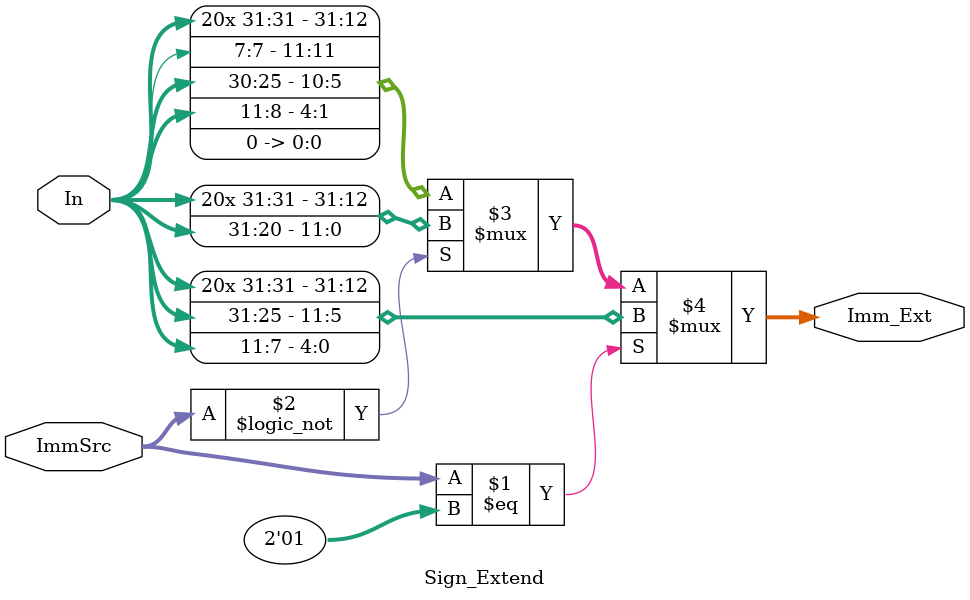
<source format=v>
module Sign_Extend (In,Imm_Ext,ImmSrc);

    input [31:0]In;         // Input immediate value from instruction
    input [1:0] ImmSrc;     // Immediate source signal to determine the type of immediate value
    output [31:0]Imm_Ext;

    assign Imm_Ext = (ImmSrc == 2'b01) ? ({{20{In[31]}},In[31:25],In[11:7]}):           // For sw instruction
                     (ImmSrc == 2'b00) ? ({{20{In[31]}}, In[31:20]}):                   // For lw instruction
                                         {{20{In[31]}}, In[7], In[30:25], In[11:8], 1'b0};      // For beq instruction
                                
endmodule
</source>
